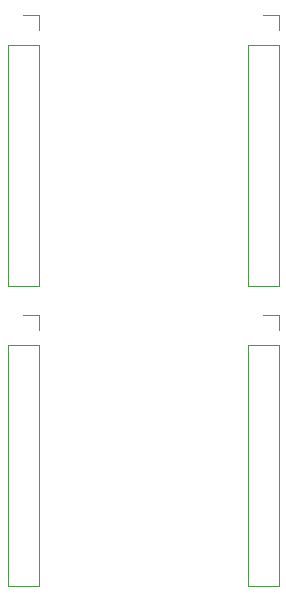
<source format=gbr>
%TF.GenerationSoftware,KiCad,Pcbnew,(5.1.8)-1*%
%TF.CreationDate,2024-06-17T18:48:39+03:00*%
%TF.ProjectId,STACK16,53544143-4b31-4362-9e6b-696361645f70,rev?*%
%TF.SameCoordinates,Original*%
%TF.FileFunction,Legend,Bot*%
%TF.FilePolarity,Positive*%
%FSLAX46Y46*%
G04 Gerber Fmt 4.6, Leading zero omitted, Abs format (unit mm)*
G04 Created by KiCad (PCBNEW (5.1.8)-1) date 2024-06-17 18:48:40*
%MOMM*%
%LPD*%
G01*
G04 APERTURE LIST*
%ADD10C,0.120000*%
G04 APERTURE END LIST*
D10*
%TO.C,J6*%
X72450000Y-74990000D02*
X69790000Y-74990000D01*
X72450000Y-54610000D02*
X72450000Y-74990000D01*
X69790000Y-54610000D02*
X69790000Y-74990000D01*
X72450000Y-54610000D02*
X69790000Y-54610000D01*
X72450000Y-53340000D02*
X72450000Y-52010000D01*
X72450000Y-52010000D02*
X71120000Y-52010000D01*
%TO.C,J5*%
X52130000Y-74990000D02*
X49470000Y-74990000D01*
X52130000Y-54610000D02*
X52130000Y-74990000D01*
X49470000Y-54610000D02*
X49470000Y-74990000D01*
X52130000Y-54610000D02*
X49470000Y-54610000D01*
X52130000Y-53340000D02*
X52130000Y-52010000D01*
X52130000Y-52010000D02*
X50800000Y-52010000D01*
%TO.C,J1*%
X72450000Y-49590000D02*
X69790000Y-49590000D01*
X72450000Y-29210000D02*
X72450000Y-49590000D01*
X69790000Y-29210000D02*
X69790000Y-49590000D01*
X72450000Y-29210000D02*
X69790000Y-29210000D01*
X72450000Y-27940000D02*
X72450000Y-26610000D01*
X72450000Y-26610000D02*
X71120000Y-26610000D01*
%TO.C,J2*%
X52130000Y-26610000D02*
X50800000Y-26610000D01*
X52130000Y-27940000D02*
X52130000Y-26610000D01*
X52130000Y-29210000D02*
X49470000Y-29210000D01*
X49470000Y-29210000D02*
X49470000Y-49590000D01*
X52130000Y-29210000D02*
X52130000Y-49590000D01*
X52130000Y-49590000D02*
X49470000Y-49590000D01*
%TD*%
M02*

</source>
